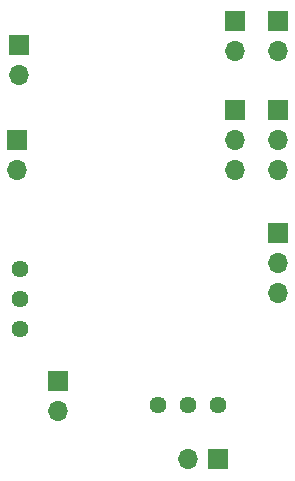
<source format=gbr>
%TF.GenerationSoftware,KiCad,Pcbnew,(6.0.8)*%
%TF.CreationDate,2022-10-15T16:47:31+02:00*%
%TF.ProjectId,Digital Delay,44696769-7461-46c2-9044-656c61792e6b,rev?*%
%TF.SameCoordinates,Original*%
%TF.FileFunction,Soldermask,Bot*%
%TF.FilePolarity,Negative*%
%FSLAX46Y46*%
G04 Gerber Fmt 4.6, Leading zero omitted, Abs format (unit mm)*
G04 Created by KiCad (PCBNEW (6.0.8)) date 2022-10-15 16:47:31*
%MOMM*%
%LPD*%
G01*
G04 APERTURE LIST*
%ADD10R,1.700000X1.700000*%
%ADD11O,1.700000X1.700000*%
%ADD12C,1.440000*%
G04 APERTURE END LIST*
D10*
%TO.C,J105*%
X59309000Y-48148000D03*
D11*
X59309000Y-50688000D03*
X59309000Y-53228000D03*
%TD*%
D10*
%TO.C,J101*%
X62992000Y-58547000D03*
D11*
X62992000Y-61087000D03*
X62992000Y-63627000D03*
%TD*%
D10*
%TO.C,J106*%
X57912000Y-77724000D03*
D11*
X55372000Y-77724000D03*
%TD*%
D10*
%TO.C,J103*%
X40894000Y-50668000D03*
D11*
X40894000Y-53208000D03*
%TD*%
D10*
%TO.C,J107*%
X41021000Y-42667000D03*
D11*
X41021000Y-45207000D03*
%TD*%
D10*
%TO.C,J109*%
X44323000Y-71115000D03*
D11*
X44323000Y-73655000D03*
%TD*%
D10*
%TO.C,J104*%
X62992000Y-40640000D03*
D11*
X62992000Y-43180000D03*
%TD*%
D12*
%TO.C,RV101*%
X41148000Y-61585000D03*
X41148000Y-64125000D03*
X41148000Y-66665000D03*
%TD*%
D10*
%TO.C,J108*%
X59309000Y-40635000D03*
D11*
X59309000Y-43175000D03*
%TD*%
D10*
%TO.C,J102*%
X62992000Y-48133000D03*
D11*
X62992000Y-50673000D03*
X62992000Y-53213000D03*
%TD*%
D12*
%TO.C,RV102*%
X57912000Y-73152000D03*
X55372000Y-73152000D03*
X52832000Y-73152000D03*
%TD*%
M02*

</source>
